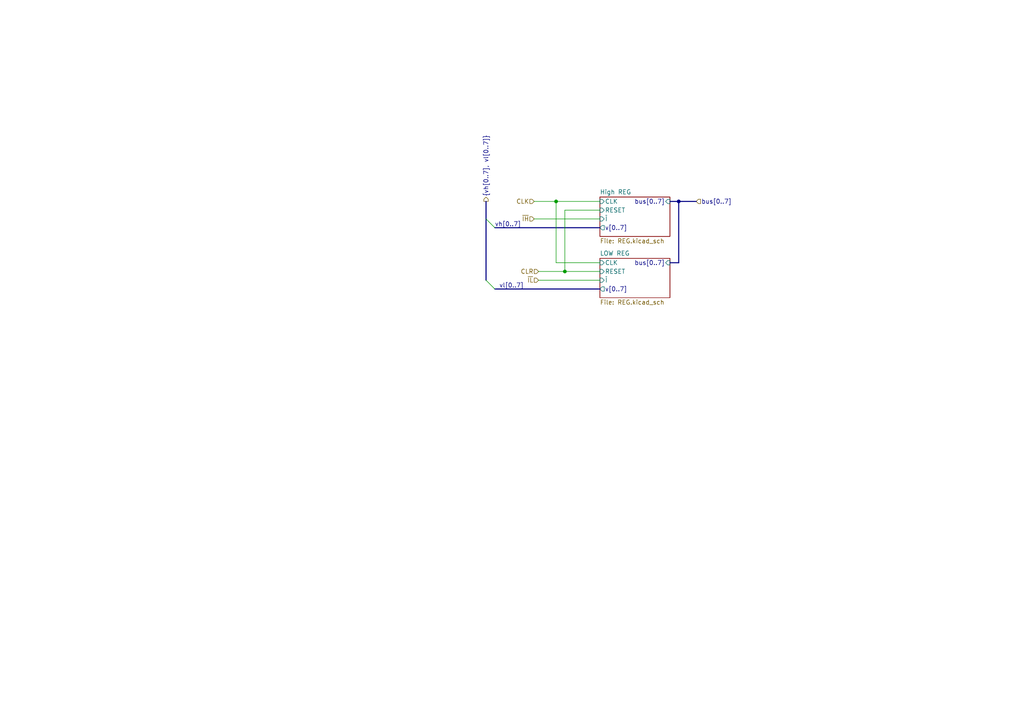
<source format=kicad_sch>
(kicad_sch
	(version 20250114)
	(generator "eeschema")
	(generator_version "9.0")
	(uuid "22650009-272b-4796-9e58-9fed17a379d4")
	(paper "A4")
	(lib_symbols)
	(junction
		(at 161.29 58.42)
		(diameter 0)
		(color 0 0 0 0)
		(uuid "07796ccf-bd26-43b1-ae10-b623ef6dd177")
	)
	(junction
		(at 163.83 78.74)
		(diameter 0)
		(color 0 0 0 0)
		(uuid "55a2baa6-8e64-40ea-8a46-4cc8e09f119b")
	)
	(junction
		(at 196.85 58.42)
		(diameter 0)
		(color 0 0 0 0)
		(uuid "b714a29f-1561-4e65-a007-a0de3bb09417")
	)
	(bus_entry
		(at 140.97 81.28)
		(size 2.54 2.54)
		(stroke
			(width 0)
			(type default)
		)
		(uuid "185eaec4-5fa8-492f-b487-f1b7b9e56cda")
	)
	(bus_entry
		(at 140.97 63.5)
		(size 2.54 2.54)
		(stroke
			(width 0)
			(type default)
		)
		(uuid "a97c4435-53fd-424e-9d17-a8badf1bb09c")
	)
	(bus
		(pts
			(xy 143.51 66.04) (xy 173.99 66.04)
		)
		(stroke
			(width 0)
			(type default)
		)
		(uuid "1a17821f-9b42-4458-be2a-80269e4c8a26")
	)
	(wire
		(pts
			(xy 156.21 78.74) (xy 163.83 78.74)
		)
		(stroke
			(width 0)
			(type default)
		)
		(uuid "1fad5c83-df02-49d7-a215-6164e76c0c0c")
	)
	(wire
		(pts
			(xy 154.94 58.42) (xy 161.29 58.42)
		)
		(stroke
			(width 0)
			(type default)
		)
		(uuid "2be47d6d-1cda-4b7c-8814-b8e67e02f4e0")
	)
	(wire
		(pts
			(xy 173.99 60.96) (xy 163.83 60.96)
		)
		(stroke
			(width 0)
			(type default)
		)
		(uuid "2c48c311-878d-4346-af0d-d57970747204")
	)
	(wire
		(pts
			(xy 156.21 81.28) (xy 173.99 81.28)
		)
		(stroke
			(width 0)
			(type default)
		)
		(uuid "30aedc99-64ab-4b05-bbb4-5a93e09c8a9b")
	)
	(bus
		(pts
			(xy 194.31 58.42) (xy 196.85 58.42)
		)
		(stroke
			(width 0)
			(type default)
		)
		(uuid "33f04442-0dec-4f91-a905-0fb0fa63b91a")
	)
	(wire
		(pts
			(xy 173.99 58.42) (xy 161.29 58.42)
		)
		(stroke
			(width 0)
			(type default)
		)
		(uuid "3fd498af-3b3d-45c0-9283-76b47f150bc5")
	)
	(wire
		(pts
			(xy 163.83 60.96) (xy 163.83 78.74)
		)
		(stroke
			(width 0)
			(type default)
		)
		(uuid "4559dc8e-8746-4b3c-bde7-654f72bf93ea")
	)
	(bus
		(pts
			(xy 140.97 63.5) (xy 140.97 81.28)
		)
		(stroke
			(width 0)
			(type default)
		)
		(uuid "4dbb09d0-2bfb-4b24-a4e1-718b5facb60b")
	)
	(bus
		(pts
			(xy 143.51 83.82) (xy 173.99 83.82)
		)
		(stroke
			(width 0)
			(type default)
		)
		(uuid "814586ee-08de-4829-aa72-da4181bf171a")
	)
	(wire
		(pts
			(xy 161.29 58.42) (xy 161.29 76.2)
		)
		(stroke
			(width 0)
			(type default)
		)
		(uuid "a216f4ed-fb33-48c2-9115-ba064489e0bb")
	)
	(wire
		(pts
			(xy 161.29 76.2) (xy 173.99 76.2)
		)
		(stroke
			(width 0)
			(type default)
		)
		(uuid "ab1d6328-e6a6-4f3d-8cf7-b41b37694489")
	)
	(wire
		(pts
			(xy 154.94 63.5) (xy 173.99 63.5)
		)
		(stroke
			(width 0)
			(type default)
		)
		(uuid "ae2db5e1-06e1-43d1-8e58-bfbb896f4b0d")
	)
	(bus
		(pts
			(xy 196.85 58.42) (xy 196.85 76.2)
		)
		(stroke
			(width 0)
			(type default)
		)
		(uuid "aeb6ac6c-bc23-4647-98fb-886e5ed636b9")
	)
	(bus
		(pts
			(xy 196.85 58.42) (xy 201.93 58.42)
		)
		(stroke
			(width 0)
			(type default)
		)
		(uuid "c750f1b0-52be-4477-9980-5a1b0ee83d3a")
	)
	(wire
		(pts
			(xy 163.83 78.74) (xy 173.99 78.74)
		)
		(stroke
			(width 0)
			(type default)
		)
		(uuid "e3fe99cd-0f0c-4808-bb35-7da4d8cbfcf0")
	)
	(bus
		(pts
			(xy 140.97 58.42) (xy 140.97 63.5)
		)
		(stroke
			(width 0)
			(type default)
		)
		(uuid "e92b4111-306a-46f2-a47f-0182e829861d")
	)
	(bus
		(pts
			(xy 196.85 76.2) (xy 194.31 76.2)
		)
		(stroke
			(width 0)
			(type default)
		)
		(uuid "f4a4a2ea-eedc-4f1c-82f0-9589522315c1")
	)
	(label "vl[0..7]"
		(at 144.78 83.82 0)
		(effects
			(font
				(size 1.27 1.27)
			)
			(justify left bottom)
		)
		(uuid "a2652252-f29f-42b0-92ab-ab3213a28ca6")
	)
	(label "vh[0..7]"
		(at 143.51 66.04 0)
		(effects
			(font
				(size 1.27 1.27)
			)
			(justify left bottom)
		)
		(uuid "f0325e16-48db-449f-807a-5a57b69580df")
	)
	(hierarchical_label "CLR"
		(shape input)
		(at 156.21 78.74 180)
		(effects
			(font
				(size 1.27 1.27)
			)
			(justify right)
		)
		(uuid "20112b1b-0ad0-4205-a841-047e26ea1e13")
	)
	(hierarchical_label "bus[0..7]"
		(shape input)
		(at 201.93 58.42 0)
		(effects
			(font
				(size 1.27 1.27)
			)
			(justify left)
		)
		(uuid "4b926fa6-e03a-4030-a1a2-6de7229a6fca")
	)
	(hierarchical_label "CLK"
		(shape input)
		(at 154.94 58.42 180)
		(effects
			(font
				(size 1.27 1.27)
			)
			(justify right)
		)
		(uuid "4f12e2d9-039a-4736-9a64-358eaba16ec4")
	)
	(hierarchical_label "~{IH}"
		(shape input)
		(at 154.94 63.5 180)
		(effects
			(font
				(size 1.27 1.27)
			)
			(justify right)
		)
		(uuid "d61849b3-cd5a-42b6-b687-3ff5adb2c0e2")
	)
	(hierarchical_label "~{IL}"
		(shape input)
		(at 156.21 81.28 180)
		(effects
			(font
				(size 1.27 1.27)
			)
			(justify right)
		)
		(uuid "de335d22-7d6a-4e3d-a5fb-907d75ae6735")
	)
	(hierarchical_label "{vh[0..7], vl[0..7]}"
		(shape output)
		(at 140.97 58.42 90)
		(effects
			(font
				(size 1.27 1.27)
			)
			(justify left)
		)
		(uuid "f15f33b0-2a89-49c7-96f7-e9b7f31ffc13")
	)
	(sheet
		(at 173.99 57.15)
		(size 20.32 11.43)
		(exclude_from_sim no)
		(in_bom yes)
		(on_board yes)
		(dnp no)
		(fields_autoplaced yes)
		(stroke
			(width 0.1524)
			(type solid)
		)
		(fill
			(color 0 0 0 0.0000)
		)
		(uuid "5cd0597a-2642-4578-be7c-4e958eba87af")
		(property "Sheetname" "High REG"
			(at 173.99 56.4384 0)
			(effects
				(font
					(size 1.27 1.27)
				)
				(justify left bottom)
			)
		)
		(property "Sheetfile" "REG.kicad_sch"
			(at 173.99 69.1646 0)
			(effects
				(font
					(size 1.27 1.27)
				)
				(justify left top)
			)
		)
		(pin "bus[0..7]" input
			(at 194.31 58.42 0)
			(uuid "12673931-e90f-4510-a42e-3580731d9d37")
			(effects
				(font
					(size 1.27 1.27)
				)
				(justify right)
			)
		)
		(pin "v[0..7]" output
			(at 173.99 66.04 180)
			(uuid "c39eac22-0d5c-42d6-b8df-2f517c8acab9")
			(effects
				(font
					(size 1.27 1.27)
				)
				(justify left)
			)
		)
		(pin "~{I}" input
			(at 173.99 63.5 180)
			(uuid "44de4802-9844-46a4-8beb-bfa0ebd0d9b5")
			(effects
				(font
					(size 1.27 1.27)
				)
				(justify left)
			)
		)
		(pin "CLK" input
			(at 173.99 58.42 180)
			(uuid "ba8a2da5-b7f1-4fc9-8897-63908287119f")
			(effects
				(font
					(size 1.27 1.27)
				)
				(justify left)
			)
		)
		(pin "RESET" input
			(at 173.99 60.96 180)
			(uuid "47d18198-7b5b-4da4-8de7-533bd05cde74")
			(effects
				(font
					(size 1.27 1.27)
				)
				(justify left)
			)
		)
		(instances
			(project "comp1"
				(path "/e9be598a-3531-4036-9661-1b60efe4f57e/03d2a559-bc9c-4325-81f2-28234b72f91a"
					(page "3")
				)
			)
		)
	)
	(sheet
		(at 173.99 74.93)
		(size 20.32 11.43)
		(exclude_from_sim no)
		(in_bom yes)
		(on_board yes)
		(dnp no)
		(fields_autoplaced yes)
		(stroke
			(width 0.1524)
			(type solid)
		)
		(fill
			(color 0 0 0 0.0000)
		)
		(uuid "5e6b7a4d-62c6-4b3b-ba70-0a97d2bb5ba7")
		(property "Sheetname" "LOW REG"
			(at 173.99 74.2184 0)
			(effects
				(font
					(size 1.27 1.27)
				)
				(justify left bottom)
			)
		)
		(property "Sheetfile" "REG.kicad_sch"
			(at 173.99 86.9446 0)
			(effects
				(font
					(size 1.27 1.27)
				)
				(justify left top)
			)
		)
		(pin "bus[0..7]" input
			(at 194.31 76.2 0)
			(uuid "3a4773b6-ebdc-40c1-b38c-9c10eb16711a")
			(effects
				(font
					(size 1.27 1.27)
				)
				(justify right)
			)
		)
		(pin "v[0..7]" output
			(at 173.99 83.82 180)
			(uuid "a707eacd-4785-4f8c-9546-4c6b94894c4c")
			(effects
				(font
					(size 1.27 1.27)
				)
				(justify left)
			)
		)
		(pin "~{I}" input
			(at 173.99 81.28 180)
			(uuid "4f0f5858-006d-4949-810b-73e550c65675")
			(effects
				(font
					(size 1.27 1.27)
				)
				(justify left)
			)
		)
		(pin "CLK" input
			(at 173.99 76.2 180)
			(uuid "75507215-f26a-4859-826c-ced45f1b846f")
			(effects
				(font
					(size 1.27 1.27)
				)
				(justify left)
			)
		)
		(pin "RESET" input
			(at 173.99 78.74 180)
			(uuid "73865c27-72d1-4040-97e0-6eacb0ec3537")
			(effects
				(font
					(size 1.27 1.27)
				)
				(justify left)
			)
		)
		(instances
			(project "comp1"
				(path "/e9be598a-3531-4036-9661-1b60efe4f57e/03d2a559-bc9c-4325-81f2-28234b72f91a"
					(page "10")
				)
			)
		)
	)
)

</source>
